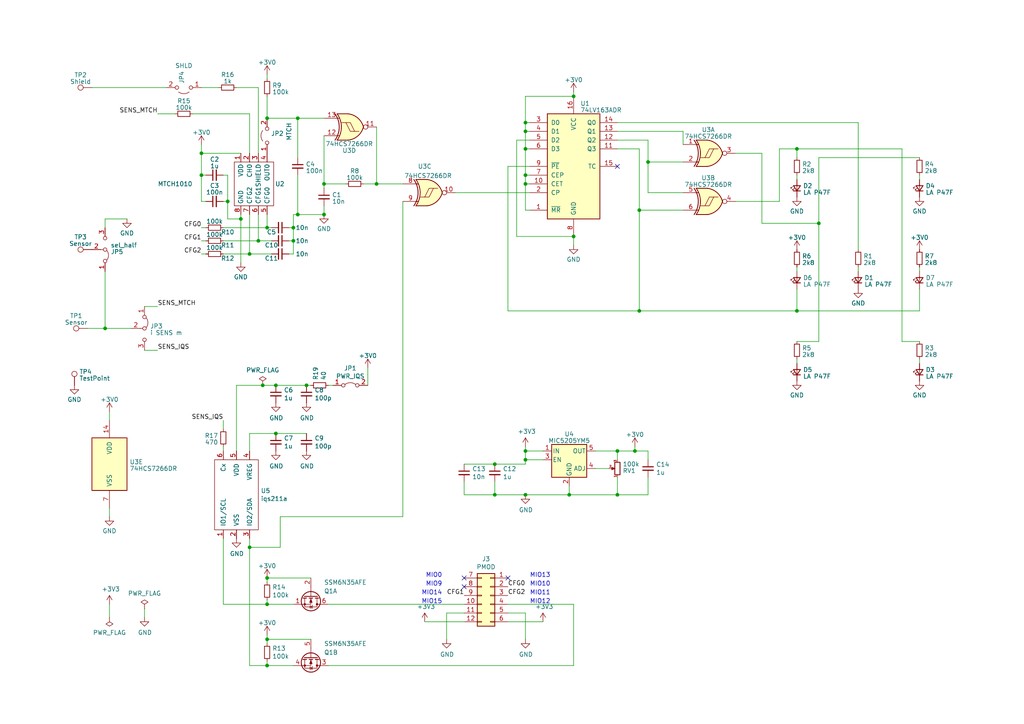
<source format=kicad_sch>
(kicad_sch (version 20230121) (generator eeschema)
  (paper "A4")
  (lib_symbols
    (symbol "74xx:74LS163" (pin_names (offset 1.016))
      (property "Reference" "U" (at -7.62 16.51 0))
      (property "Value" "74LS163" (at -7.62 -16.51 0))
      (symbol "74LS163_1_0"
        (pin input line (at -12.7 -12.7 0) (length 5.08) (name "~{MR}") (number "1"))
        (pin input line (at -12.7 -5.08 0) (length 5.08) (name "CET") (number "10"))
        (pin output line (at 12.7 5.08 180) (length 5.08) (name "Q3") (number "11"))
        (pin output line (at 12.7 7.62 180) (length 5.08) (name "Q2") (number "12"))
        (pin output line (at 12.7 10.16 180) (length 5.08) (name "Q1") (number "13"))
        (pin output line (at 12.7 12.7 180) (length 5.08) (name "Q0") (number "14"))
        (pin output line (at 12.7 0 180) (length 5.08) (name "TC") (number "15"))
        (pin power_in line (at 0 20.32 270) (length 5.08) (name "VCC") (number "16"))
        (pin input line (at -12.7 -7.62 0) (length 5.08) (name "CP") (number "2"))
        (pin input line (at -12.7 12.7 0) (length 5.08) (name "D0") (number "3"))
        (pin input line (at -12.7 10.16 0) (length 5.08) (name "D1") (number "4"))
        (pin input line (at -12.7 7.62 0) (length 5.08) (name "D2") (number "5"))
        (pin input line (at -12.7 5.08 0) (length 5.08) (name "D3") (number "6"))
        (pin input line (at -12.7 -2.54 0) (length 5.08) (name "CEP") (number "7"))
        (pin power_in line (at 0 -20.32 90) (length 5.08) (name "GND") (number "8"))
        (pin input line (at -12.7 0 0) (length 5.08) (name "~{PE}") (number "9"))
      )
    )
    (symbol "Connector:TestPoint" (pin_numbers hide) (pin_names (offset 0.762) hide)
      (property "Reference" "TP" (at 0 6.858 0))
      (property "Value" "TestPoint" (at 0 5.08 0))
      (symbol "TestPoint_1_1"
        (pin passive line (at 0 0 90) (length 2.54) (name "1") (number "1"))
      )
    )
    (symbol "Connector_Generic:Conn_02x06_Top_Bottom" (pin_names (offset 1.016) hide)
      (property "Reference" "J" (at 1.27 7.62 0))
      (property "Value" "Conn_02x06_Top_Bottom" (at 1.27 -10.16 0))
      (symbol "Conn_02x06_Top_Bottom_1_1"
        (pin passive line (at -5.08 5.08 0) (length 3.81) (name "Pin_1") (number "1"))
        (pin passive line (at 7.62 -2.54 180) (length 3.81) (name "Pin_10") (number "10"))
        (pin passive line (at 7.62 -5.08 180) (length 3.81) (name "Pin_11") (number "11"))
        (pin passive line (at 7.62 -7.62 180) (length 3.81) (name "Pin_12") (number "12"))
        (pin passive line (at -5.08 2.54 0) (length 3.81) (name "Pin_2") (number "2"))
        (pin passive line (at -5.08 0 0) (length 3.81) (name "Pin_3") (number "3"))
        (pin passive line (at -5.08 -2.54 0) (length 3.81) (name "Pin_4") (number "4"))
        (pin passive line (at -5.08 -5.08 0) (length 3.81) (name "Pin_5") (number "5"))
        (pin passive line (at -5.08 -7.62 0) (length 3.81) (name "Pin_6") (number "6"))
        (pin passive line (at 7.62 5.08 180) (length 3.81) (name "Pin_7") (number "7"))
        (pin passive line (at 7.62 2.54 180) (length 3.81) (name "Pin_8") (number "8"))
        (pin passive line (at 7.62 0 180) (length 3.81) (name "Pin_9") (number "9"))
      )
    )
    (symbol "Device:C_Small" (pin_numbers hide) (pin_names (offset 0.254) hide)
      (property "Reference" "C" (at 0.254 1.778 0))
      (property "Value" "C_Small" (at 0.254 -2.032 0))
      (symbol "C_Small_1_1"
        (pin passive line (at 0 2.54 270) (length 2.032) (name "~") (number "1"))
        (pin passive line (at 0 -2.54 90) (length 2.032) (name "~") (number "2"))
      )
    )
    (symbol "Device:LED_Small" (pin_numbers hide) (pin_names (offset 0.254) hide)
      (property "Reference" "D" (at -1.27 3.175 0))
      (property "Value" "LED_Small" (at -4.445 -2.54 0))
      (symbol "LED_Small_1_1"
        (pin passive line (at -2.54 0 0) (length 1.778) (name "K") (number "1"))
        (pin passive line (at 2.54 0 180) (length 1.778) (name "A") (number "2"))
      )
    )
    (symbol "Device:Q_Dual_NMOS_S1G1D2S2G2D1" (pin_names (offset 0) hide)
      (property "Reference" "Q" (at 6.35 1.27 0))
      (property "Value" "Q_Dual_NMOS_S1G1D2S2G2D1" (at 19.05 -1.27 0))
      (symbol "Q_Dual_NMOS_S1G1D2S2G2D1_1_1"
        (pin passive line (at 2.54 -5.08 90) (length 2.54) (name "S") (number "1"))
        (pin input line (at -5.08 0 0) (length 2.54) (name "G") (number "2"))
        (pin passive line (at 2.54 5.08 270) (length 2.54) (name "D") (number "6"))
      )
      (symbol "Q_Dual_NMOS_S1G1D2S2G2D1_2_1"
        (pin passive line (at 2.54 5.08 270) (length 2.54) (name "D") (number "3"))
        (pin passive line (at 2.54 -5.08 90) (length 2.54) (name "S") (number "4"))
        (pin input line (at -5.08 0 0) (length 2.54) (name "G") (number "5"))
      )
    )
    (symbol "Device:R_Potentiometer_Small" (pin_names (offset 1.016) hide)
      (property "Reference" "RV" (at -4.445 0 90))
      (property "Value" "R_Potentiometer_Small" (at -2.54 0 90))
      (symbol "R_Potentiometer_Small_1_1"
        (pin passive line (at 0 2.54 270) (length 0.635) (name "1") (number "1"))
        (pin passive line (at 2.54 0 180) (length 0.9906) (name "2") (number "2"))
        (pin passive line (at 0 -2.54 90) (length 0.635) (name "3") (number "3"))
      )
    )
    (symbol "Device:R_Small" (pin_numbers hide) (pin_names (offset 0.254) hide)
      (property "Reference" "R" (at 0.762 0.508 0))
      (property "Value" "R_Small" (at 0.762 -1.016 0))
      (symbol "R_Small_1_1"
        (pin passive line (at 0 2.54 270) (length 0.762) (name "~") (number "1"))
        (pin passive line (at 0 -2.54 90) (length 0.762) (name "~") (number "2"))
      )
    )
    (symbol "Jumper:Jumper_2_Bridged" (pin_names (offset 0) hide)
      (property "Reference" "JP" (at 0 1.905 0))
      (property "Value" "Jumper_2_Bridged" (at 0 -2.54 0))
      (symbol "Jumper_2_Bridged_1_1"
        (pin passive line (at -5.08 0 0) (length 2.54) (name "A") (number "1"))
        (pin passive line (at 5.08 0 180) (length 2.54) (name "B") (number "2"))
      )
    )
    (symbol "Jumper:Jumper_2_Open" (pin_names (offset 0) hide)
      (property "Reference" "JP" (at 0 2.794 0))
      (property "Value" "Jumper_2_Open" (at 0 -2.286 0))
      (symbol "Jumper_2_Open_1_1"
        (pin passive line (at -5.08 0 0) (length 2.54) (name "A") (number "1"))
        (pin passive line (at 5.08 0 180) (length 2.54) (name "B") (number "2"))
      )
    )
    (symbol "Jumper:Jumper_3_Bridged12" (pin_names (offset 0) hide)
      (property "Reference" "JP" (at -2.54 -2.54 0))
      (property "Value" "Jumper_3_Bridged12" (at 0 2.794 0))
      (symbol "Jumper_3_Bridged12_1_1"
        (pin passive line (at -6.35 0 0) (length 2.54) (name "A") (number "1"))
        (pin passive line (at 0 -3.81 90) (length 2.54) (name "C") (number "2"))
        (pin passive line (at 6.35 0 180) (length 2.54) (name "B") (number "3"))
      )
    )
    (symbol "Regulator_Linear:MIC5205YM5" (pin_names (offset 0.254))
      (property "Reference" "U" (at -3.81 5.715 0))
      (property "Value" "MIC5205YM5" (at 0 5.715 0))
      (symbol "MIC5205YM5_1_1"
        (pin power_in line (at -7.62 2.54 0) (length 2.54) (name "IN") (number "1"))
        (pin power_in line (at 0 -7.62 90) (length 2.54) (name "GND") (number "2"))
        (pin input line (at -7.62 0 0) (length 2.54) (name "EN") (number "3"))
        (pin input line (at 7.62 -2.54 180) (length 2.54) (name "ADJ") (number "4"))
        (pin power_out line (at 7.62 2.54 180) (length 2.54) (name "OUT") (number "5"))
      )
    )
    (symbol "fmc:74ls266" (pin_names (offset 1.016))
      (property "Reference" "U" (at 0 10.16 0))
      (property "Value" "74ls266" (at 0 6.35 0))
      (symbol "74ls266_1_0"
        (pin input line (at -7.62 2.54 0) (length 4.445) (name "~") (number "1"))
        (pin input line (at -7.62 -2.54 0) (length 4.445) (name "~") (number "2"))
        (pin output inverted (at 7.62 0 180) (length 3.81) (name "~") (number "3"))
      )
      (symbol "74ls266_2_0"
        (pin output inverted (at 7.62 0 180) (length 3.81) (name "~") (number "4"))
        (pin input line (at -7.62 2.54 0) (length 4.445) (name "~") (number "5"))
        (pin input line (at -7.62 -2.54 0) (length 4.445) (name "~") (number "6"))
      )
      (symbol "74ls266_3_0"
        (pin output inverted (at 7.62 0 180) (length 3.81) (name "~") (number "10"))
        (pin input line (at -7.62 2.54 0) (length 4.445) (name "~") (number "8"))
        (pin input line (at -7.62 -2.54 0) (length 4.445) (name "~") (number "9"))
      )
      (symbol "74ls266_4_0"
        (pin output inverted (at 7.62 0 180) (length 3.81) (name "~") (number "11"))
        (pin input line (at -7.62 2.54 0) (length 4.445) (name "~") (number "12"))
        (pin input line (at -7.62 -2.54 0) (length 4.445) (name "~") (number "13"))
      )
      (symbol "74ls266_5_0"
        (pin power_in line (at 0 12.7 270) (length 5.08) (name "VDD") (number "14"))
        (pin power_in line (at 0 -12.7 90) (length 5.08) (name "VSS") (number "7"))
      )
    )
    (symbol "fmc:MTCH1010"
      (property "Reference" "U" (at 0 8.89 0))
      (property "Value" "MTCH1010" (at 0 6.985 0))
      (symbol "MTCH1010_1_1"
        (pin power_in line (at -8.89 3.81 0) (length 2.54) (name "VDD") (number "1"))
        (pin bidirectional line (at -8.89 1.27 0) (length 2.54) (name "CH0") (number "2"))
        (pin output line (at -8.89 -1.27 0) (length 2.54) (name "SHIELD") (number "3"))
        (pin output line (at -8.89 -3.81 0) (length 2.54) (name "OUT0") (number "4"))
        (pin input line (at 8.89 -3.81 180) (length 2.54) (name "CFG0") (number "5"))
        (pin input line (at 8.89 -1.27 180) (length 2.54) (name "CFG1") (number "6"))
        (pin input line (at 8.89 1.27 180) (length 2.54) (name "CFG2") (number "7"))
        (pin power_in line (at 8.89 3.81 180) (length 2.54) (name "GND") (number "8"))
      )
    )
    (symbol "fmc:iqs211a" (pin_names (offset 1.016))
      (property "Reference" "U" (at 0 2.54 0))
      (property "Value" "iqs211a" (at 0 0 0))
      (symbol "iqs211a_1_1"
        (pin bidirectional line (at -3.81 -12.7 90) (length 2.54) (name "IO1/SCL") (number "1"))
        (pin power_in line (at 0 -12.7 90) (length 2.54) (name "VSS") (number "2"))
        (pin bidirectional line (at 3.81 -12.7 90) (length 2.54) (name "IO2/SDA") (number "3"))
        (pin power_out line (at 3.81 12.7 270) (length 2.54) (name "VREG") (number "4"))
        (pin power_in line (at 0 12.7 270) (length 2.54) (name "VDD") (number "5"))
        (pin bidirectional line (at -3.81 12.7 270) (length 2.54) (name "Cx") (number "6"))
      )
    )
    (symbol "power:+3V0" (power) (pin_names (offset 0))
      (property "Value" "+3V0" (at 0 3.556 0))
      (symbol "+3V0_1_1"
        (pin power_in line (at 0 0 90) (length 0) hide (name "+3V0") (number "1"))
      )
    )
    (symbol "power:+3V3" (power) (pin_names (offset 0))
      (property "Value" "+3V3" (at 0 3.556 0))
      (symbol "+3V3_1_1"
        (pin power_in line (at 0 0 90) (length 0) hide (name "+3V3") (number "1"))
      )
    )
    (symbol "power:GND" (power) (pin_names (offset 0))
      (property "Value" "GND" (at 0 -3.81 0))
      (symbol "GND_1_1"
        (pin power_in line (at 0 0 270) (length 0) hide (name "GND") (number "1"))
      )
    )
    (symbol "power:PWR_FLAG" (power) (pin_numbers hide) (pin_names (offset 0) hide)
      (property "Value" "PWR_FLAG" (at 0 3.81 0))
      (symbol "PWR_FLAG_0_0"
        (pin power_out line (at 0 0 90) (length 0) (name "pwr") (number "1"))
      )
    )
  )
  (junction (at 85.09 66.04))
  (junction (at 152.4 38.1))
  (junction (at 184.15 130.81))
  (junction (at 76.2 111.76))
  (junction (at 152.4 143.51))
  (junction (at 58.42 50.8))
  (junction (at 77.47 66.04))
  (junction (at 77.47 175.26))
  (junction (at 179.07 130.81))
  (junction (at 58.42 44.45))
  (junction (at 93.98 53.34))
  (junction (at 30.48 95.25))
  (junction (at 77.47 167.64))
  (junction (at 152.4 53.34))
  (junction (at 80.01 125.73))
  (junction (at 143.51 143.51))
  (junction (at 88.9 111.76))
  (junction (at 77.47 193.04))
  (junction (at 77.47 185.42))
  (junction (at 179.07 143.51))
  (junction (at 86.36 62.23))
  (junction (at 109.22 53.34))
  (junction (at 187.96 46.99))
  (junction (at 66.04 58.42))
  (junction (at 74.93 69.85))
  (junction (at 143.51 134.62))
  (junction (at 93.98 62.23))
  (junction (at 77.47 34.29))
  (junction (at 165.1 143.51))
  (junction (at 152.4 43.18))
  (junction (at 152.4 35.56))
  (junction (at 152.4 130.81))
  (junction (at 231.14 90.17))
  (junction (at 72.39 73.66))
  (junction (at 72.39 158.75))
  (junction (at 152.4 50.8))
  (junction (at 152.4 133.35))
  (junction (at 69.85 63.5))
  (junction (at 80.01 111.76))
  (junction (at 237.49 64.77))
  (junction (at 166.37 27.94))
  (junction (at 85.09 69.85))
  (junction (at 231.14 43.18))
  (junction (at 86.36 34.29))
  (junction (at 166.37 68.58))
  (junction (at 185.42 90.17))
  (junction (at 185.42 60.96))
  (no_connect (at 134.62 170.18))
  (no_connect (at 134.62 167.64))
  (no_connect (at 179.07 48.26))
  (no_connect (at 147.32 167.64))
  (wire (pts (xy 30.48 95.25) (xy 38.1 95.25)))
  (wire (pts (xy 68.58 130.81) (xy 68.58 111.76)))
  (wire (pts (xy 143.51 143.51) (xy 152.4 143.51)))
  (wire (pts (xy 30.48 63.5) (xy 36.83 63.5)))
  (wire (pts (xy 64.77 69.85) (xy 74.93 69.85)))
  (wire (pts (xy 231.14 50.8) (xy 231.14 52.07)))
  (wire (pts (xy 231.14 77.47) (xy 231.14 78.74)))
  (wire (pts (xy 153.67 40.64) (xy 149.86 40.64)))
  (wire (pts (xy 105.41 53.34) (xy 109.22 53.34)))
  (wire (pts (xy 179.07 35.56) (xy 248.92 35.56)))
  (wire (pts (xy 77.47 185.42) (xy 90.17 185.42)))
  (wire (pts (xy 77.47 62.23) (xy 77.47 66.04)))
  (wire (pts (xy 179.07 143.51) (xy 165.1 143.51)))
  (wire (pts (xy 184.15 129.54) (xy 184.15 130.81)))
  (wire (pts (xy 226.06 43.18) (xy 231.14 43.18)))
  (wire (pts (xy 93.98 59.69) (xy 93.98 62.23)))
  (wire (pts (xy 58.42 50.8) (xy 58.42 58.42)))
  (wire (pts (xy 187.96 55.88) (xy 198.12 55.88)))
  (wire (pts (xy 132.08 55.88) (xy 153.67 55.88)))
  (wire (pts (xy 64.77 50.8) (xy 66.04 50.8)))
  (wire (pts (xy 64.77 58.42) (xy 66.04 58.42)))
  (wire (pts (xy 86.36 34.29) (xy 86.36 45.72)))
  (wire (pts (xy 77.47 173.99) (xy 77.47 175.26)))
  (wire (pts (xy 187.96 46.99) (xy 187.96 55.88)))
  (wire (pts (xy 64.77 66.04) (xy 77.47 66.04)))
  (wire (pts (xy 88.9 111.76) (xy 90.17 111.76)))
  (wire (pts (xy 179.07 130.81) (xy 179.07 133.35)))
  (wire (pts (xy 68.58 25.4) (xy 74.93 25.4)))
  (wire (pts (xy 41.91 101.6) (xy 45.72 101.6)))
  (wire (pts (xy 165.1 143.51) (xy 165.1 140.97)))
  (wire (pts (xy 123.19 180.34) (xy 134.62 180.34)))
  (wire (pts (xy 77.47 167.64) (xy 77.47 168.91)))
  (wire (pts (xy 266.7 50.8) (xy 266.7 52.07)))
  (wire (pts (xy 152.4 53.34) (xy 153.67 53.34)))
  (wire (pts (xy 93.98 39.37) (xy 93.98 53.34)))
  (wire (pts (xy 179.07 40.64) (xy 187.96 40.64)))
  (wire (pts (xy 85.09 73.66) (xy 85.09 69.85)))
  (wire (pts (xy 248.92 35.56) (xy 248.92 72.39)))
  (wire (pts (xy 31.75 175.26) (xy 31.75 179.07)))
  (wire (pts (xy 31.75 147.32) (xy 31.75 149.86)))
  (wire (pts (xy 237.49 64.77) (xy 237.49 99.06)))
  (wire (pts (xy 109.22 36.83) (xy 109.22 53.34)))
  (wire (pts (xy 72.39 73.66) (xy 78.74 73.66)))
  (wire (pts (xy 77.47 191.77) (xy 77.47 193.04)))
  (wire (pts (xy 185.42 90.17) (xy 231.14 90.17)))
  (wire (pts (xy 66.04 50.8) (xy 66.04 58.42)))
  (wire (pts (xy 129.54 177.8) (xy 129.54 185.42)))
  (wire (pts (xy 72.39 62.23) (xy 72.39 73.66)))
  (wire (pts (xy 58.42 69.85) (xy 59.69 69.85)))
  (wire (pts (xy 213.36 58.42) (xy 226.06 58.42)))
  (wire (pts (xy 41.91 176.53) (xy 41.91 179.07)))
  (wire (pts (xy 248.92 77.47) (xy 248.92 78.74)))
  (wire (pts (xy 77.47 66.04) (xy 78.74 66.04)))
  (wire (pts (xy 152.4 133.35) (xy 152.4 134.62)))
  (wire (pts (xy 220.98 64.77) (xy 237.49 64.77)))
  (wire (pts (xy 152.4 53.34) (xy 152.4 60.96)))
  (wire (pts (xy 152.4 38.1) (xy 153.67 38.1)))
  (wire (pts (xy 77.47 175.26) (xy 85.09 175.26)))
  (wire (pts (xy 198.12 38.1) (xy 198.12 41.91)))
  (wire (pts (xy 77.47 193.04) (xy 85.09 193.04)))
  (wire (pts (xy 231.14 99.06) (xy 237.49 99.06)))
  (wire (pts (xy 152.4 38.1) (xy 152.4 43.18)))
  (wire (pts (xy 226.06 58.42) (xy 226.06 43.18)))
  (wire (pts (xy 153.67 60.96) (xy 152.4 60.96)))
  (wire (pts (xy 179.07 138.43) (xy 179.07 143.51)))
  (wire (pts (xy 152.4 43.18) (xy 152.4 50.8)))
  (wire (pts (xy 166.37 175.26) (xy 147.32 175.26)))
  (wire (pts (xy 213.36 44.45) (xy 220.98 44.45)))
  (wire (pts (xy 152.4 35.56) (xy 152.4 38.1)))
  (wire (pts (xy 134.62 143.51) (xy 143.51 143.51)))
  (wire (pts (xy 81.28 149.86) (xy 116.84 149.86)))
  (wire (pts (xy 147.32 177.8) (xy 152.4 177.8)))
  (wire (pts (xy 116.84 149.86) (xy 116.84 58.42)))
  (wire (pts (xy 64.77 73.66) (xy 72.39 73.66)))
  (wire (pts (xy 58.42 25.4) (xy 63.5 25.4)))
  (wire (pts (xy 179.07 43.18) (xy 185.42 43.18)))
  (wire (pts (xy 69.85 62.23) (xy 69.85 63.5)))
  (wire (pts (xy 187.96 138.43) (xy 187.96 143.51)))
  (wire (pts (xy 143.51 134.62) (xy 152.4 134.62)))
  (wire (pts (xy 147.32 90.17) (xy 147.32 48.26)))
  (wire (pts (xy 74.93 69.85) (xy 78.74 69.85)))
  (wire (pts (xy 72.39 193.04) (xy 77.47 193.04)))
  (wire (pts (xy 59.69 73.66) (xy 58.42 73.66)))
  (wire (pts (xy 152.4 27.94) (xy 166.37 27.94)))
  (wire (pts (xy 147.32 180.34) (xy 157.48 180.34)))
  (wire (pts (xy 187.96 143.51) (xy 179.07 143.51)))
  (wire (pts (xy 166.37 193.04) (xy 166.37 175.26)))
  (wire (pts (xy 95.25 175.26) (xy 134.62 175.26)))
  (wire (pts (xy 68.58 111.76) (xy 76.2 111.76)))
  (wire (pts (xy 80.01 125.73) (xy 88.9 125.73)))
  (wire (pts (xy 30.48 78.74) (xy 30.48 95.25)))
  (wire (pts (xy 58.42 44.45) (xy 58.42 50.8)))
  (wire (pts (xy 152.4 130.81) (xy 152.4 129.54)))
  (wire (pts (xy 58.42 50.8) (xy 59.69 50.8)))
  (wire (pts (xy 58.42 66.04) (xy 59.69 66.04)))
  (wire (pts (xy 95.25 193.04) (xy 166.37 193.04)))
  (wire (pts (xy 147.32 48.26) (xy 153.67 48.26)))
  (wire (pts (xy 166.37 26.67) (xy 166.37 27.94)))
  (wire (pts (xy 83.82 73.66) (xy 85.09 73.66)))
  (wire (pts (xy 64.77 121.92) (xy 64.77 124.46)))
  (wire (pts (xy 266.7 77.47) (xy 266.7 78.74)))
  (wire (pts (xy 69.85 63.5) (xy 69.85 76.2)))
  (wire (pts (xy 58.42 41.91) (xy 58.42 44.45)))
  (wire (pts (xy 64.77 175.26) (xy 64.77 156.21)))
  (wire (pts (xy 72.39 125.73) (xy 80.01 125.73)))
  (wire (pts (xy 231.14 83.82) (xy 231.14 90.17)))
  (wire (pts (xy 166.37 68.58) (xy 166.37 71.12)))
  (wire (pts (xy 85.09 66.04) (xy 85.09 62.23)))
  (wire (pts (xy 266.7 104.14) (xy 266.7 105.41)))
  (wire (pts (xy 45.72 33.02) (xy 50.8 33.02)))
  (wire (pts (xy 81.28 158.75) (xy 81.28 149.86)))
  (wire (pts (xy 66.04 63.5) (xy 69.85 63.5)))
  (wire (pts (xy 76.2 111.76) (xy 80.01 111.76)))
  (wire (pts (xy 93.98 53.34) (xy 100.33 53.34)))
  (wire (pts (xy 187.96 130.81) (xy 184.15 130.81)))
  (wire (pts (xy 58.42 44.45) (xy 69.85 44.45)))
  (wire (pts (xy 55.88 33.02) (xy 72.39 33.02)))
  (wire (pts (xy 185.42 60.96) (xy 185.42 90.17)))
  (wire (pts (xy 179.07 38.1) (xy 198.12 38.1)))
  (wire (pts (xy 83.82 66.04) (xy 85.09 66.04)))
  (wire (pts (xy 220.98 44.45) (xy 220.98 64.77)))
  (wire (pts (xy 134.62 139.7) (xy 134.62 143.51)))
  (wire (pts (xy 152.4 133.35) (xy 152.4 130.81)))
  (wire (pts (xy 266.7 90.17) (xy 231.14 90.17)))
  (wire (pts (xy 152.4 43.18) (xy 153.67 43.18)))
  (wire (pts (xy 74.93 25.4) (xy 74.93 44.45)))
  (wire (pts (xy 72.39 125.73) (xy 72.39 130.81)))
  (wire (pts (xy 30.48 66.04) (xy 30.48 63.5)))
  (wire (pts (xy 134.62 134.62) (xy 143.51 134.62)))
  (wire (pts (xy 77.47 27.94) (xy 77.47 34.29)))
  (wire (pts (xy 231.14 43.18) (xy 261.62 43.18)))
  (wire (pts (xy 237.49 45.72) (xy 266.7 45.72)))
  (wire (pts (xy 72.39 33.02) (xy 72.39 44.45)))
  (wire (pts (xy 85.09 62.23) (xy 86.36 62.23)))
  (wire (pts (xy 152.4 133.35) (xy 157.48 133.35)))
  (wire (pts (xy 147.32 90.17) (xy 185.42 90.17)))
  (wire (pts (xy 58.42 58.42) (xy 59.69 58.42)))
  (wire (pts (xy 152.4 27.94) (xy 152.4 35.56)))
  (wire (pts (xy 77.47 185.42) (xy 77.47 186.69)))
  (wire (pts (xy 266.7 99.06) (xy 261.62 99.06)))
  (wire (pts (xy 85.09 69.85) (xy 85.09 66.04)))
  (wire (pts (xy 187.96 133.35) (xy 187.96 130.81)))
  (wire (pts (xy 172.72 130.81) (xy 179.07 130.81)))
  (wire (pts (xy 26.67 25.4) (xy 48.26 25.4)))
  (wire (pts (xy 152.4 35.56) (xy 153.67 35.56)))
  (wire (pts (xy 185.42 60.96) (xy 198.12 60.96)))
  (wire (pts (xy 77.47 21.59) (xy 77.47 22.86)))
  (wire (pts (xy 86.36 62.23) (xy 93.98 62.23)))
  (wire (pts (xy 152.4 177.8) (xy 152.4 185.42)))
  (wire (pts (xy 152.4 50.8) (xy 153.67 50.8)))
  (wire (pts (xy 93.98 54.61) (xy 93.98 53.34)))
  (wire (pts (xy 179.07 130.81) (xy 184.15 130.81)))
  (wire (pts (xy 25.4 95.25) (xy 30.48 95.25)))
  (wire (pts (xy 129.54 177.8) (xy 134.62 177.8)))
  (wire (pts (xy 231.14 104.14) (xy 231.14 105.41)))
  (wire (pts (xy 41.91 88.9) (xy 45.72 88.9)))
  (wire (pts (xy 237.49 45.72) (xy 237.49 64.77)))
  (wire (pts (xy 152.4 130.81) (xy 157.48 130.81)))
  (wire (pts (xy 152.4 50.8) (xy 152.4 53.34)))
  (wire (pts (xy 106.68 106.68) (xy 106.68 111.76)))
  (wire (pts (xy 77.47 167.64) (xy 90.17 167.64)))
  (wire (pts (xy 74.93 62.23) (xy 74.93 69.85)))
  (wire (pts (xy 77.47 34.29) (xy 86.36 34.29)))
  (wire (pts (xy 83.82 69.85) (xy 85.09 69.85)))
  (wire (pts (xy 172.72 135.89) (xy 176.53 135.89)))
  (wire (pts (xy 152.4 143.51) (xy 165.1 143.51)))
  (wire (pts (xy 72.39 156.21) (xy 72.39 158.75)))
  (wire (pts (xy 185.42 43.18) (xy 185.42 60.96)))
  (wire (pts (xy 149.86 40.64) (xy 149.86 68.58)))
  (wire (pts (xy 187.96 40.64) (xy 187.96 46.99)))
  (wire (pts (xy 266.7 83.82) (xy 266.7 90.17)))
  (wire (pts (xy 64.77 129.54) (xy 64.77 130.81)))
  (wire (pts (xy 109.22 53.34) (xy 116.84 53.34)))
  (wire (pts (xy 77.47 184.15) (xy 77.47 185.42)))
  (wire (pts (xy 80.01 111.76) (xy 88.9 111.76)))
  (wire (pts (xy 149.86 68.58) (xy 166.37 68.58)))
  (wire (pts (xy 231.14 43.18) (xy 231.14 45.72)))
  (wire (pts (xy 72.39 158.75) (xy 81.28 158.75)))
  (wire (pts (xy 86.36 34.29) (xy 93.98 34.29)))
  (wire (pts (xy 72.39 158.75) (xy 72.39 193.04)))
  (wire (pts (xy 187.96 46.99) (xy 198.12 46.99)))
  (wire (pts (xy 64.77 175.26) (xy 77.47 175.26)))
  (wire (pts (xy 143.51 139.7) (xy 143.51 143.51)))
  (wire (pts (xy 31.75 119.38) (xy 31.75 121.92)))
  (wire (pts (xy 95.25 111.76) (xy 96.52 111.76)))
  (wire (pts (xy 261.62 99.06) (xy 261.62 43.18)))
  (wire (pts (xy 66.04 58.42) (xy 66.04 63.5)))
  (wire (pts (xy 86.36 50.8) (xy 86.36 62.23)))
  (text "MIO10" (at 153.67 170.18 0) (effects (font (size 1.27 1.27)) (justify left bottom)))
  (text "MIO9" (at 128.27 170.18 0) (effects (font (size 1.27 1.27)) (justify right bottom)))
  (text "MIO11" (at 153.67 172.72 0) (effects (font (size 1.27 1.27)) (justify left bottom)))
  (text "MIO12" (at 153.67 175.26 0) (effects (font (size 1.27 1.27)) (justify left bottom)))
  (text "MIO0" (at 128.27 167.64 0) (effects (font (size 1.27 1.27)) (justify right bottom)))
  (text "MIO15" (at 128.27 175.26 0) (effects (font (size 1.27 1.27)) (justify right bottom)))
  (text "MIO14" (at 128.27 172.72 0) (effects (font (size 1.27 1.27)) (justify right bottom)))
  (text "MIO13" (at 153.67 167.64 0) (effects (font (size 1.27 1.27)) (justify left bottom)))
  (label "SENS_IQS" (at 64.77 121.92 180))
  (label "CFG2" (at 147.32 172.72 0))
  (label "CFG2" (at 58.42 73.66 180))
  (label "CFG0" (at 58.42 66.04 180))
  (label "CFG1" (at 134.62 172.72 180))
  (label "SENS_MTCH" (at 45.72 88.9 0))
  (label "CFG1" (at 58.42 69.85 180))
  (label "SENS_IQS" (at 45.72 101.6 0))
  (label "CFG0" (at 147.32 170.18 0))
  (label "SENS_MTCH" (at 45.72 33.02 180))
  (symbol (lib_id "power:GND") (at 152.4 143.51 0) (unit 1)
    (property "Reference" "#PWR030" (effects hide))
    (property "Value" "GND" (at 152.527 147.9042 0))
  )
  (symbol (lib_id "power:GND") (at 266.7 110.49 0) (unit 1)
    (property "Reference" "#PWR06" (effects hide))
    (property "Value" "GND" (at 266.7 114.6255 0))
  )
  (symbol (lib_id "Device:C_Small") (at 88.9 114.3 0) (unit 1)
    (property "Reference" "C8" (at 91.2368 113.1316 0) (effects (justify left)))
    (property "Value" "100p" (at 91.2368 115.443 0) (effects (justify left)))
    (property "Footprint" "Capacitor_SMD:C_0805_2012Metric" (effects hide))
    (property "Part" "C0603C101J5GACTU " (effects hide))
    (property "Manufacturer" "Kemet" (effects hide))
  )
  (symbol (lib_id "power:GND") (at 41.91 179.07 0) (unit 1)
    (property "Reference" "#PWR023" (effects hide))
    (property "Value" "GND" (at 42.037 183.4642 0))
  )
  (symbol (lib_id "power:GND") (at 231.14 57.15 0) (unit 1)
    (property "Reference" "#PWR08" (effects hide))
    (property "Value" "GND" (at 231.14 61.2855 0))
  )
  (symbol (lib_id "power:GND") (at 88.9 116.84 0) (unit 1)
    (property "Reference" "#PWR020" (effects hide))
    (property "Value" "GND" (at 89.027 121.2342 0))
  )
  (symbol (lib_id "fmc:74ls266") (at 124.46 55.88 0) (unit 3)
    (property "Reference" "U3" (at 123.19 48.26 0))
    (property "Value" "74HCS7266DR" (at 124.1552 50.9811 0))
    (property "Footprint" "Package_SO:SOIC-14_3.9x8.7mm_P1.27mm" (effects hide))
  )
  (symbol (lib_id "Device:R_Small") (at 92.71 111.76 90) (unit 1)
    (property "Reference" "R19" (at 91.5416 110.2614 0) (effects (justify left)))
    (property "Value" "40" (at 93.853 110.2614 0) (effects (justify left)))
    (property "Footprint" "Resistor_SMD:R_0805_2012Metric" (effects hide))
  )
  (symbol (lib_id "Device:R_Small") (at 62.23 66.04 270) (unit 1)
    (property "Reference" "R10" (at 66.04 67.31 90))
    (property "Value" "100k" (at 62.23 64.2145 90))
    (property "Footprint" "Resistor_SMD:R_0805_2012Metric" (effects hide))
  )
  (symbol (lib_id "Jumper:Jumper_3_Bridged12") (at 41.91 95.25 270) (unit 1)
    (property "Reference" "JP3" (at 43.5362 94.6063 90) (effects (justify left)))
    (property "Value" "i SENS m" (at 43.5362 96.5273 90) (effects (justify left)))
    (property "Footprint" "Connector_PinHeader_1.27mm:PinHeader_1x03_P1.27mm_Vertical" (effects hide))
  )
  (symbol (lib_id "Device:R_Small") (at 102.87 53.34 90) (unit 1)
    (property "Reference" "R8" (at 102.87 49.5935 90))
    (property "Value" "100k" (at 102.87 51.5145 90))
    (property "Footprint" "Resistor_SMD:R_0805_2012Metric" (effects hide))
  )
  (symbol (lib_id "fmc:74ls266") (at 31.75 134.62 0) (unit 5)
    (property "Reference" "U3" (at 37.592 133.9763 0) (effects (justify left)))
    (property "Value" "74HCS7266DR" (at 37.592 135.8973 0) (effects (justify left)))
    (property "Footprint" "Package_SO:SOIC-14_3.9x8.7mm_P1.27mm" (effects hide))
  )
  (symbol (lib_id "Device:LED_Small") (at 231.14 81.28 90) (unit 1)
    (property "Reference" "D6" (at 232.918 80.5728 90) (effects (justify right)))
    (property "Value" "LA P47F" (at 232.918 82.4938 90) (effects (justify right)))
    (property "Footprint" "proj_footprints:PointLED_reverse_mount" (effects hide))
  )
  (symbol (lib_id "power:GND") (at 88.9 130.81 0) (unit 1)
    (property "Reference" "#PWR021" (effects hide))
    (property "Value" "GND" (at 89.027 135.2042 0))
  )
  (symbol (lib_id "Regulator_Linear:MIC5205YM5") (at 165.1 133.35 0) (unit 1)
    (property "Reference" "U4" (at 165.1 125.8951 0))
    (property "Value" "MIC5205YM5" (at 165.1 127.8161 0))
    (property "Footprint" "Package_TO_SOT_SMD:SOT-23-5" (effects hide))
    (property "Datasheet" "http://ww1.microchip.com/downloads/en/DeviceDoc/20005785A.pdf" (effects hide))
  )
  (symbol (lib_id "power:GND") (at 80.01 116.84 0) (unit 1)
    (property "Reference" "#PWR018" (effects hide))
    (property "Value" "GND" (at 80.137 121.2342 0))
  )
  (symbol (lib_id "Device:C_Small") (at 86.36 48.26 0) (mirror y) (unit 1)
    (property "Reference" "C4" (at 88.6841 47.6226 0) (effects (justify right)))
    (property "Value" "100n" (at 88.6841 49.5436 0) (effects (justify right)))
    (property "Footprint" "Capacitor_SMD:C_0805_2012Metric" (effects hide))
  )
  (symbol (lib_id "Jumper:Jumper_2_Open") (at 77.47 39.37 90) (unit 1)
    (property "Reference" "JP2" (at 78.613 38.7263 90) (effects (justify right)))
    (property "Value" "MTCH" (at 83.82 35.56 0) (effects (justify right)))
    (property "Footprint" "Connector_PinHeader_1.27mm:PinHeader_1x02_P1.27mm_Vertical" (effects hide))
  )
  (symbol (lib_id "Device:C_Small") (at 187.96 135.89 0) (unit 1)
    (property "Reference" "C14" (at 190.2968 134.7216 0) (effects (justify left)))
    (property "Value" "1u" (at 190.2968 137.033 0) (effects (justify left)))
    (property "Footprint" "Capacitor_SMD:C_0805_2012Metric" (effects hide))
    (property "Part" "C3216X5R1H105M160AA" (effects hide))
    (property "Manufacturer" "TDK" (effects hide))
  )
  (symbol (lib_id "power:GND") (at 266.7 57.15 0) (unit 1)
    (property "Reference" "#PWR07" (effects hide))
    (property "Value" "GND" (at 266.7 61.2855 0))
  )
  (symbol (lib_id "74xx:74LS163") (at 166.37 48.26 0) (unit 1)
    (property "Reference" "U1" (at 168.3259 30.0101 0) (effects (justify left)))
    (property "Value" "74LV163ADR" (at 168.3259 31.9311 0) (effects (justify left)))
    (property "Footprint" "Package_SO:SOIC-16_3.9x9.9mm_P1.27mm" (effects hide))
    (property "Datasheet" "http://www.ti.com/lit/gpn/sn74LS163" (effects hide))
  )
  (symbol (lib_id "Device:R_Small") (at 77.47 25.4 180) (unit 1)
    (property "Reference" "R9" (at 78.9686 24.7563 0) (effects (justify right)))
    (property "Value" "100k" (at 78.9686 26.6773 0) (effects (justify right)))
    (property "Footprint" "Resistor_SMD:R_0805_2012Metric" (effects hide))
  )
  (symbol (lib_id "power:GND") (at 152.4 185.42 0) (unit 1)
    (property "Reference" "#PWR032" (effects hide))
    (property "Value" "GND" (at 152.527 189.8142 0))
  )
  (symbol (lib_id "power:PWR_FLAG") (at 41.91 176.53 0) (unit 1)
    (property "Reference" "#FLG03" (effects hide))
    (property "Value" "PWR_FLAG" (at 41.91 172.1104 0))
  )
  (symbol (lib_id "Device:R_Small") (at 77.47 189.23 0) (unit 1)
    (property "Reference" "R13" (at 78.9686 188.0616 0) (effects (justify left)))
    (property "Value" "100k" (at 78.9686 190.373 0) (effects (justify left)))
    (property "Footprint" "Resistor_SMD:R_0805_2012Metric" (effects hide))
  )
  (symbol (lib_id "Device:R_Small") (at 77.47 171.45 0) (unit 1)
    (property "Reference" "R14" (at 78.9686 170.2816 0) (effects (justify left)))
    (property "Value" "100k" (at 78.9686 172.593 0) (effects (justify left)))
    (property "Footprint" "Resistor_SMD:R_0805_2012Metric" (effects hide))
  )
  (symbol (lib_id "Device:R_Small") (at 266.7 101.6 0) (unit 1)
    (property "Reference" "R3" (at 268.1986 100.9563 0) (effects (justify left)))
    (property "Value" "2k8" (at 268.1986 102.8773 0) (effects (justify left)))
    (property "Footprint" "Resistor_SMD:R_0805_2012Metric" (effects hide))
  )
  (symbol (lib_id "Device:R_Small") (at 53.34 33.02 270) (unit 1)
    (property "Reference" "R15" (at 53.34 29.2735 90))
    (property "Value" "100k" (at 53.34 31.1945 90))
    (property "Footprint" "Resistor_SMD:R_0805_2012Metric" (effects hide))
  )
  (symbol (lib_id "Jumper:Jumper_2_Open") (at 53.34 25.4 180) (unit 1)
    (property "Reference" "JP4" (at 52.6963 24.257 90) (effects (justify right)))
    (property "Value" "SHLD" (at 50.8 19.05 0) (effects (justify right)))
    (property "Footprint" "Connector_PinHeader_1.27mm:PinHeader_1x02_P1.27mm_Vertical" (effects hide))
  )
  (symbol (lib_id "power:+3V0") (at 231.14 72.39 0) (unit 1)
    (property "Reference" "#PWR010" (effects hide))
    (property "Value" "+3V0" (at 231.14 68.8881 0))
  )
  (symbol (lib_id "Connector_Generic:Conn_02x06_Top_Bottom") (at 142.24 172.72 0) (mirror y) (unit 1)
    (property "Reference" "J3" (at 140.97 162.1282 0))
    (property "Value" "PMOD" (at 140.97 164.4396 0))
    (property "Footprint" "proj_footprints:PMOD_PinHeader_2x06_P2.54mm_Horizontal" (effects hide))
    (property "Manufacturer" "Amphenol" (effects hide))
    (property "Part" "68021-412HLF" (effects hide))
  )
  (symbol (lib_id "Device:LED_Small") (at 266.7 54.61 90) (unit 1)
    (property "Reference" "D4" (at 268.478 53.9028 90) (effects (justify right)))
    (property "Value" "LA P47F" (at 268.478 55.8238 90) (effects (justify right)))
    (property "Footprint" "proj_footprints:PointLED_reverse_mount" (effects hide))
  )
  (symbol (lib_id "Device:C_Small") (at 134.62 137.16 0) (unit 1)
    (property "Reference" "C13" (at 136.9568 135.9916 0) (effects (justify left)))
    (property "Value" "10n" (at 136.9568 138.303 0) (effects (justify left)))
    (property "Footprint" "Capacitor_SMD:C_0805_2012Metric" (effects hide))
    (property "Part" "C0603C101J5GACTU " (effects hide))
    (property "Manufacturer" "Kemet" (effects hide))
  )
  (symbol (lib_id "Jumper:Jumper_3_Bridged12") (at 30.48 72.39 270) (mirror x) (unit 1)
    (property "Reference" "JP5" (at 32.1062 73.0337 90) (effects (justify left)))
    (property "Value" "sel_half" (at 32.1062 71.1127 90) (effects (justify left)))
    (property "Footprint" "Connector_PinHeader_1.27mm:PinHeader_1x03_P1.27mm_Vertical" (effects hide))
  )
  (symbol (lib_id "power:GND") (at 129.54 185.42 0) (unit 1)
    (property "Reference" "#PWR028" (effects hide))
    (property "Value" "GND" (at 129.667 189.8142 0))
  )
  (symbol (lib_id "power:GND") (at 231.14 110.49 0) (unit 1)
    (property "Reference" "#PWR05" (effects hide))
    (property "Value" "GND" (at 231.14 114.6255 0))
  )
  (symbol (lib_id "Device:C_Small") (at 62.23 50.8 90) (mirror x) (unit 1)
    (property "Reference" "C2" (at 62.2363 46.228 90))
    (property "Value" "1u" (at 62.2363 48.149 90))
    (property "Footprint" "Capacitor_SMD:C_1206_3216Metric" (effects hide))
  )
  (symbol (lib_id "Device:R_Small") (at 64.77 127 0) (mirror x) (unit 1)
    (property "Reference" "R17" (at 63.2714 126.3563 0) (effects (justify right)))
    (property "Value" "470" (at 63.2714 128.2773 0) (effects (justify right)))
    (property "Footprint" "Resistor_SMD:R_0805_2012Metric" (effects hide))
  )
  (symbol (lib_id "Device:C_Small") (at 81.28 69.85 270) (mirror x) (unit 1)
    (property "Reference" "C10" (at 78.74 71.12 90))
    (property "Value" "10n" (at 87.63 69.85 90))
    (property "Footprint" "Capacitor_SMD:C_0805_2012Metric" (effects hide))
  )
  (symbol (lib_id "Device:LED_Small") (at 266.7 107.95 90) (unit 1)
    (property "Reference" "D3" (at 268.478 107.2428 90) (effects (justify right)))
    (property "Value" "LA P47F" (at 268.478 109.1638 90) (effects (justify right)))
    (property "Footprint" "proj_footprints:PointLED_reverse_mount" (effects hide))
  )
  (symbol (lib_id "Device:R_Small") (at 266.7 74.93 0) (unit 1)
    (property "Reference" "R7" (at 268.1986 74.2863 0) (effects (justify left)))
    (property "Value" "2k8" (at 268.1986 76.2073 0) (effects (justify left)))
    (property "Footprint" "Resistor_SMD:R_0805_2012Metric" (effects hide))
  )
  (symbol (lib_id "power:+3V3") (at 123.19 180.34 0) (unit 1)
    (property "Reference" "#PWR027" (effects hide))
    (property "Value" "+3V3" (at 123.571 175.9458 0))
  )
  (symbol (lib_id "power:+3V0") (at 166.37 26.67 0) (unit 1)
    (property "Reference" "#PWR02" (effects hide))
    (property "Value" "+3V0" (at 166.37 23.1681 0))
  )
  (symbol (lib_id "Device:R_Small") (at 231.14 48.26 0) (unit 1)
    (property "Reference" "R2" (at 232.6386 47.6163 0) (effects (justify left)))
    (property "Value" "2k8" (at 232.6386 49.5373 0) (effects (justify left)))
    (property "Footprint" "Resistor_SMD:R_0805_2012Metric" (effects hide))
  )
  (symbol (lib_id "Device:LED_Small") (at 231.14 54.61 90) (unit 1)
    (property "Reference" "D2" (at 232.918 53.9028 90) (effects (justify right)))
    (property "Value" "LA P47F" (at 232.918 55.8238 90) (effects (justify right)))
    (property "Footprint" "proj_footprints:PointLED_reverse_mount" (effects hide))
  )
  (symbol (lib_id "power:GND") (at 21.59 111.76 0) (unit 1)
    (property "Reference" "#PWR034" (effects hide))
    (property "Value" "GND" (at 21.59 115.8955 0))
  )
  (symbol (lib_id "Connector:TestPoint") (at 26.67 25.4 90) (unit 1)
    (property "Reference" "TP2" (at 23.368 21.7551 90))
    (property "Value" "Shield" (at 23.368 23.6761 90))
    (property "Footprint" "sensors:tp_end" (effects hide))
  )
  (symbol (lib_id "fmc:74ls266") (at 205.74 58.42 0) (unit 2)
    (property "Reference" "U3" (at 205.4352 51.6001 0))
    (property "Value" "74HCS7266DR" (at 205.4352 53.5211 0))
    (property "Footprint" "Package_SO:SOIC-14_3.9x8.7mm_P1.27mm" (effects hide))
  )
  (symbol (lib_id "fmc:MTCH1010") (at 73.66 53.34 90) (mirror x) (unit 1)
    (property "Reference" "U2" (at 82.55 53.34 90) (effects (justify left)))
    (property "Value" "MTCH1010" (at 50.8 53.34 90))
    (property "Footprint" "Package_SO:SOIC-8_3.9x4.9mm_P1.27mm" (effects hide))
  )
  (symbol (lib_id "Device:R_Small") (at 231.14 74.93 0) (unit 1)
    (property "Reference" "R6" (at 232.6386 74.2863 0) (effects (justify left)))
    (property "Value" "2k8" (at 232.6386 76.2073 0) (effects (justify left)))
    (property "Footprint" "Resistor_SMD:R_0805_2012Metric" (effects hide))
  )
  (symbol (lib_id "Device:C_Small") (at 62.23 58.42 90) (mirror x) (unit 1)
    (property "Reference" "C3" (at 62.2363 53.848 90))
    (property "Value" "100n" (at 62.2363 55.769 90))
    (property "Footprint" "Capacitor_SMD:C_0805_2012Metric" (effects hide))
  )
  (symbol (lib_id "power:+3V0") (at 266.7 72.39 0) (unit 1)
    (property "Reference" "#PWR011" (effects hide))
    (property "Value" "+3V0" (at 266.7 68.8881 0))
  )
  (symbol (lib_id "power:+3V3") (at 152.4 129.54 0) (unit 1)
    (property "Reference" "#PWR029" (effects hide))
    (property "Value" "+3V3" (at 152.781 125.1458 0))
  )
  (symbol (lib_id "Device:Q_Dual_NMOS_S1G1D2S2G2D1") (at 90.17 172.72 270) (unit 1)
    (property "Reference" "Q1" (at 93.98 171.45 90) (effects (justify left)))
    (property "Value" "SSM6N35AFE" (at 93.98 168.91 90) (effects (justify left)))
    (property "Footprint" "proj_footprints:SOT-563-adjusted" (effects hide))
  )
  (symbol (lib_id "Device:LED_Small") (at 266.7 81.28 90) (unit 1)
    (property "Reference" "D7" (at 268.478 80.5728 90) (effects (justify right)))
    (property "Value" "LA P47F" (at 268.478 82.4938 90) (effects (justify right)))
    (property "Footprint" "proj_footprints:PointLED_reverse_mount" (effects hide))
  )
  (symbol (lib_id "Device:R_Small") (at 231.14 101.6 0) (unit 1)
    (property "Reference" "R5" (at 232.6386 100.9563 0) (effects (justify left)))
    (property "Value" "2k8" (at 232.6386 102.8773 0) (effects (justify left)))
    (property "Footprint" "Resistor_SMD:R_0805_2012Metric" (effects hide))
  )
  (symbol (lib_id "Device:R_Small") (at 66.04 25.4 270) (unit 1)
    (property "Reference" "R16" (at 66.04 21.6535 90))
    (property "Value" "1k" (at 66.04 23.5745 90))
    (property "Footprint" "Resistor_SMD:R_0805_2012Metric" (effects hide))
  )
  (symbol (lib_id "power:+3V3") (at 157.48 180.34 0) (unit 1)
    (property "Reference" "#PWR033" (effects hide))
    (property "Value" "+3V3" (at 157.861 175.9458 0))
  )
  (symbol (lib_id "Device:LED_Small") (at 231.14 107.95 90) (unit 1)
    (property "Reference" "D5" (at 232.918 107.2428 90) (effects (justify right)))
    (property "Value" "LA P47F" (at 232.918 109.1638 90) (effects (justify right)))
    (property "Footprint" "proj_footprints:PointLED_reverse_mount" (effects hide))
  )
  (symbol (lib_id "Device:C_Small") (at 81.28 66.04 270) (mirror x) (unit 1)
    (property "Reference" "C5" (at 78.74 67.31 90))
    (property "Value" "10n" (at 87.63 66.04 90))
    (property "Footprint" "Capacitor_SMD:C_0805_2012Metric" (effects hide))
  )
  (symbol (lib_id "fmc:74ls266") (at 205.74 44.45 0) (unit 1)
    (property "Reference" "U3" (at 205.4352 37.6301 0))
    (property "Value" "74HCS7266DR" (at 205.4352 39.5511 0))
    (property "Footprint" "Package_SO:SOIC-14_3.9x8.7mm_P1.27mm" (effects hide))
  )
  (symbol (lib_id "Device:R_Potentiometer_Small") (at 179.07 135.89 180) (unit 1)
    (property "Reference" "RV1" (at 180.594 136.5337 0) (effects (justify right)))
    (property "Value" "100k" (at 180.594 134.6127 0) (effects (justify right)))
    (property "Footprint" "Potentiometer_SMD:Potentiometer_Bourns_TC33X_Vertical" (effects hide))
    (property "Part" "TC33X-2-104E" (effects hide))
    (property "Manufacturer" "Bourns" (effects hide))
  )
  (symbol (lib_id "power:+3V3") (at 31.75 175.26 0) (unit 1)
    (property "Reference" "#PWR024" (effects hide))
    (property "Value" "+3V3" (at 32.131 170.8658 0))
  )
  (symbol (lib_id "Device:Q_Dual_NMOS_S1G1D2S2G2D1") (at 90.17 190.5 270) (unit 2)
    (property "Reference" "Q1" (at 93.98 189.23 90) (effects (justify left)))
    (property "Value" "SSM6N35AFE" (at 93.98 186.69 90) (effects (justify left)))
    (property "Footprint" "proj_footprints:SOT-563-adjusted" (effects hide))
  )
  (symbol (lib_id "Device:R_Small") (at 62.23 73.66 270) (unit 1)
    (property "Reference" "R12" (at 66.04 74.93 90))
    (property "Value" "100k" (at 62.23 71.8345 90))
    (property "Footprint" "Resistor_SMD:R_0805_2012Metric" (effects hide))
  )
  (symbol (lib_id "power:+3V0") (at 31.75 119.38 0) (unit 1)
    (property "Reference" "#PWR03" (effects hide))
    (property "Value" "+3V0" (at 31.75 115.8781 0))
  )
  (symbol (lib_id "Device:C_Small") (at 88.9 128.27 0) (unit 1)
    (property "Reference" "C9" (at 91.2368 127.1016 0) (effects (justify left)))
    (property "Value" "100p" (at 91.2368 129.413 0) (effects (justify left)))
    (property "Footprint" "Capacitor_SMD:C_0805_2012Metric" (effects hide))
    (property "Part" "C0603C101J5GACTU " (effects hide))
    (property "Manufacturer" "Kemet" (effects hide))
  )
  (symbol (lib_id "power:+3V0") (at 58.42 41.91 0) (unit 1)
    (property "Reference" "#PWR014" (effects hide))
    (property "Value" "+3V0" (at 58.42 38.4081 0))
  )
  (symbol (lib_id "power:PWR_FLAG") (at 31.75 179.07 180) (unit 1)
    (property "Reference" "#FLG04" (effects hide))
    (property "Value" "PWR_FLAG" (at 31.75 183.4896 0))
  )
  (symbol (lib_id "Device:C_Small") (at 80.01 128.27 0) (unit 1)
    (property "Reference" "C7" (at 82.3468 127.1016 0) (effects (justify left)))
    (property "Value" "1u" (at 82.3468 129.413 0) (effects (justify left)))
    (property "Footprint" "Capacitor_SMD:C_1206_3216Metric" (effects hide))
    (property "Part" "C3216X5R1H105M160AA" (effects hide))
    (property "Manufacturer" "TDK" (effects hide))
  )
  (symbol (lib_id "power:GND") (at 166.37 71.12 0) (unit 1)
    (property "Reference" "#PWR01" (effects hide))
    (property "Value" "GND" (at 166.37 75.2555 0))
  )
  (symbol (lib_id "fmc:iqs211a") (at 68.58 143.51 0) (unit 1)
    (property "Reference" "U5" (at 75.6412 142.3416 0) (effects (justify left)))
    (property "Value" "iqs211a" (at 75.6412 144.653 0) (effects (justify left)))
    (property "Footprint" "Package_TO_SOT_SMD:SOT-23-6" (effects hide))
  )
  (symbol (lib_id "fmc:74ls266") (at 101.6 36.83 0) (mirror x) (unit 4)
    (property "Reference" "U3" (at 101.2952 43.6499 0))
    (property "Value" "74HCS7266DR" (at 101.2952 41.7289 0))
    (property "Footprint" "Package_SO:SOIC-14_3.9x8.7mm_P1.27mm" (effects hide))
  )
  (symbol (lib_id "power:+3V0") (at 77.47 184.15 0) (unit 1)
    (property "Reference" "#PWR026" (effects hide))
    (property "Value" "+3V0" (at 77.47 180.6481 0))
  )
  (symbol (lib_id "Connector:TestPoint") (at 26.67 72.39 90) (unit 1)
    (property "Reference" "TP3" (at 23.368 68.7451 90))
    (property "Value" "Sensor" (at 23.368 70.6661 90))
    (property "Footprint" "sensors:tp_end" (effects hide))
  )
  (symbol (lib_id "Device:C_Small") (at 80.01 114.3 0) (unit 1)
    (property "Reference" "C6" (at 82.3468 113.1316 0) (effects (justify left)))
    (property "Value" "1u" (at 82.3468 115.443 0) (effects (justify left)))
    (property "Footprint" "Capacitor_SMD:C_1206_3216Metric" (effects hide))
    (property "Part" "C3216X5R1H105M160AA" (effects hide))
    (property "Manufacturer" "TDK" (effects hide))
  )
  (symbol (lib_id "power:GND") (at 36.83 63.5 0) (unit 1)
    (property "Reference" "#PWR022" (effects hide))
    (property "Value" "GND" (at 36.83 67.6355 0))
  )
  (symbol (lib_id "power:GND") (at 93.98 62.23 0) (unit 1)
    (property "Reference" "#PWR012" (effects hide))
    (property "Value" "GND" (at 93.98 66.3655 0))
  )
  (symbol (lib_id "Device:LED_Small") (at 248.92 81.28 90) (unit 1)
    (property "Reference" "D1" (at 250.698 80.5728 90) (effects (justify right)))
    (property "Value" "LA P47F" (at 250.698 82.4938 90) (effects (justify right)))
    (property "Footprint" "proj_footprints:PointLED_reverse_mount" (effects hide))
  )
  (symbol (lib_id "power:PWR_FLAG") (at 76.2 111.76 0) (unit 1)
    (property "Reference" "#FLG01" (effects hide))
    (property "Value" "PWR_FLAG" (at 76.2 107.3404 0))
  )
  (symbol (lib_id "power:+3V0") (at 77.47 167.64 0) (unit 1)
    (property "Reference" "#PWR025" (effects hide))
    (property "Value" "+3V0" (at 77.47 164.1381 0))
  )
  (symbol (lib_id "Device:C_Small") (at 143.51 137.16 0) (unit 1)
    (property "Reference" "C12" (at 145.8468 135.9916 0) (effects (justify left)))
    (property "Value" "1u" (at 145.8468 138.303 0) (effects (justify left)))
    (property "Footprint" "Capacitor_SMD:C_1206_3216Metric" (effects hide))
    (property "Part" "C3216X5R1H105M160AA" (effects hide))
    (property "Manufacturer" "TDK" (effects hide))
  )
  (symbol (lib_id "power:GND") (at 80.01 130.81 0) (unit 1)
    (property "Reference" "#PWR019" (effects hide))
    (property "Value" "GND" (at 80.137 135.2042 0))
  )
  (symbol (lib_id "power:GND") (at 69.85 76.2 0) (unit 1)
    (property "Reference" "#PWR013" (effects hide))
    (property "Value" "GND" (at 69.85 80.3355 0))
  )
  (symbol (lib_id "Device:C_Small") (at 93.98 57.15 0) (mirror y) (unit 1)
    (property "Reference" "C1" (at 96.3041 56.5126 0) (effects (justify right)))
    (property "Value" "10n" (at 96.3041 58.4336 0) (effects (justify right)))
    (property "Footprint" "Capacitor_SMD:C_0805_2012Metric" (effects hide))
  )
  (symbol (lib_id "power:+3V0") (at 106.68 106.68 0) (unit 1)
    (property "Reference" "#PWR016" (effects hide))
    (property "Value" "+3V0" (at 106.68 103.1781 0))
  )
  (symbol (lib_id "Connector:TestPoint") (at 25.4 95.25 90) (unit 1)
    (property "Reference" "TP1" (at 22.098 91.6051 90))
    (property "Value" "Sensor" (at 22.098 93.5261 90))
    (property "Footprint" "sensors:tp_end" (effects hide))
  )
  (symbol (lib_id "Device:C_Small") (at 81.28 73.66 270) (mirror x) (unit 1)
    (property "Reference" "C11" (at 78.74 74.93 90))
    (property "Value" "10n" (at 87.63 73.66 90))
    (property "Footprint" "Capacitor_SMD:C_0805_2012Metric" (effects hide))
  )
  (symbol (lib_id "power:+3V0") (at 184.15 129.54 0) (unit 1)
    (property "Reference" "#PWR031" (effects hide))
    (property "Value" "+3V0" (at 184.15 126.0381 0))
  )
  (symbol (lib_id "power:GND") (at 248.92 83.82 0) (unit 1)
    (property "Reference" "#PWR09" (effects hide))
    (property "Value" "GND" (at 248.92 87.9555 0))
  )
  (symbol (lib_id "Jumper:Jumper_2_Bridged") (at 101.6 111.76 0) (unit 1)
    (property "Reference" "JP1" (at 101.6 106.807 0))
    (property "Value" "PWR_IQS" (at 101.6 109.1184 0))
    (property "Footprint" "Connector_PinHeader_2.54mm:PinHeader_1x02_P2.54mm_Vertical" (effects hide))
  )
  (symbol (lib_id "power:GND") (at 68.58 156.21 0) (unit 1)
    (property "Reference" "#PWR017" (effects hide))
    (property "Value" "GND" (at 68.707 160.6042 0))
  )
  (symbol (lib_id "Device:R_Small") (at 62.23 69.85 270) (unit 1)
    (property "Reference" "R11" (at 66.04 71.12 90))
    (property "Value" "100k" (at 62.23 68.0245 90))
    (property "Footprint" "Resistor_SMD:R_0805_2012Metric" (effects hide))
  )
  (symbol (lib_id "power:+3V0") (at 77.47 21.59 0) (unit 1)
    (property "Reference" "#PWR015" (effects hide))
    (property "Value" "+3V0" (at 77.47 18.0881 0))
  )
  (symbol (lib_id "Connector:TestPoint") (at 21.59 111.76 0) (unit 1)
    (property "Reference" "TP4" (at 22.987 107.8143 0) (effects (justify left)))
    (property "Value" "TestPoint" (at 22.987 109.7353 0) (effects (justify left)))
    (property "Footprint" "Connector_PinHeader_2.54mm:PinHeader_1x01_P2.54mm_Vertical" (effects hide))
  )
  (symbol (lib_id "power:GND") (at 31.75 149.86 0) (unit 1)
    (property "Reference" "#PWR04" (effects hide))
    (property "Value" "GND" (at 31.75 153.9955 0))
  )
  (symbol (lib_id "Device:R_Small") (at 266.7 48.26 0) (unit 1)
    (property "Reference" "R4" (at 268.1986 47.6163 0) (effects (justify left)))
    (property "Value" "2k8" (at 268.1986 49.5373 0) (effects (justify left)))
    (property "Footprint" "Resistor_SMD:R_0805_2012Metric" (effects hide))
  )
  (symbol (lib_id "Device:R_Small") (at 248.92 74.93 0) (unit 1)
    (property "Reference" "R1" (at 250.4186 74.2863 0) (effects (justify left)))
    (property "Value" "2k8" (at 250.4186 76.2073 0) (effects (justify left)))
    (property "Footprint" "Resistor_SMD:R_0805_2012Metric" (effects hide))
  )
)
</source>
